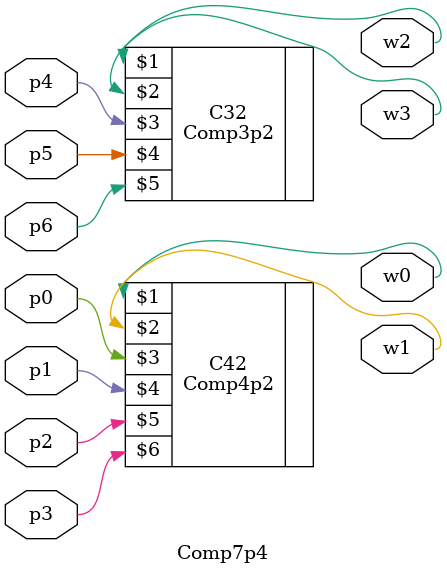
<source format=v>


module Comp7p4(w0, w1, w2, w3, p0, p1, p2, p3, p4, p5, p6);

input p0, p1, p2, p3, p4, p5, p6;
output w0, w1, w2, w3;

Comp4p2 C42(w0, w1, p0, p1, p2, p3);
Comp3p2 C32(w2, w3, p4, p5, p6);

endmodule

</source>
